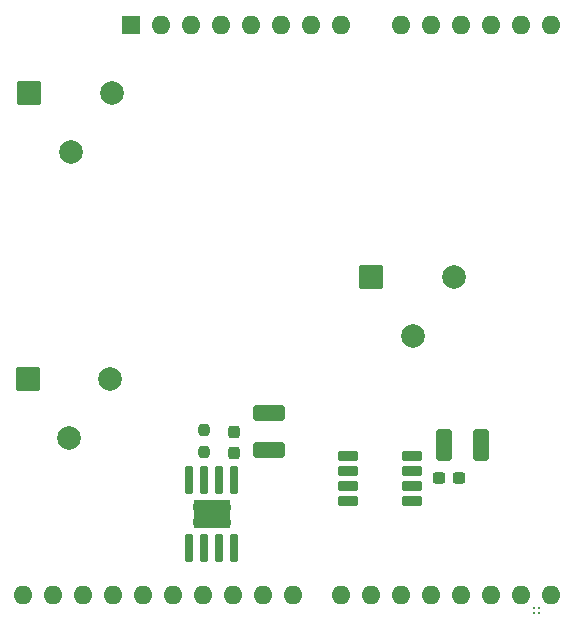
<source format=gbr>
%TF.GenerationSoftware,KiCad,Pcbnew,9.0.2*%
%TF.CreationDate,2025-11-24T10:29:42-08:00*%
%TF.ProjectId,motor_temperature,6d6f746f-725f-4746-956d-706572617475,A*%
%TF.SameCoordinates,Original*%
%TF.FileFunction,Soldermask,Top*%
%TF.FilePolarity,Negative*%
%FSLAX46Y46*%
G04 Gerber Fmt 4.6, Leading zero omitted, Abs format (unit mm)*
G04 Created by KiCad (PCBNEW 9.0.2) date 2025-11-24 10:29:42*
%MOMM*%
%LPD*%
G01*
G04 APERTURE LIST*
G04 Aperture macros list*
%AMRoundRect*
0 Rectangle with rounded corners*
0 $1 Rounding radius*
0 $2 $3 $4 $5 $6 $7 $8 $9 X,Y pos of 4 corners*
0 Add a 4 corners polygon primitive as box body*
4,1,4,$2,$3,$4,$5,$6,$7,$8,$9,$2,$3,0*
0 Add four circle primitives for the rounded corners*
1,1,$1+$1,$2,$3*
1,1,$1+$1,$4,$5*
1,1,$1+$1,$6,$7*
1,1,$1+$1,$8,$9*
0 Add four rect primitives between the rounded corners*
20,1,$1+$1,$2,$3,$4,$5,0*
20,1,$1+$1,$4,$5,$6,$7,0*
20,1,$1+$1,$6,$7,$8,$9,0*
20,1,$1+$1,$8,$9,$2,$3,0*%
G04 Aperture macros list end*
%ADD10R,1.600000X1.600000*%
%ADD11O,1.600000X1.600000*%
%ADD12RoundRect,0.237500X0.237500X-0.250000X0.237500X0.250000X-0.237500X0.250000X-0.237500X-0.250000X0*%
%ADD13RoundRect,0.237500X-0.300000X-0.237500X0.300000X-0.237500X0.300000X0.237500X-0.300000X0.237500X0*%
%ADD14RoundRect,0.102000X-0.900000X-0.900000X0.900000X-0.900000X0.900000X0.900000X-0.900000X0.900000X0*%
%ADD15C,2.004000*%
%ADD16RoundRect,0.250000X-0.412500X-1.100000X0.412500X-1.100000X0.412500X1.100000X-0.412500X1.100000X0*%
%ADD17RoundRect,0.250000X1.100000X-0.412500X1.100000X0.412500X-1.100000X0.412500X-1.100000X-0.412500X0*%
%ADD18RoundRect,0.102000X0.775000X0.290000X-0.775000X0.290000X-0.775000X-0.290000X0.775000X-0.290000X0*%
%ADD19C,0.230000*%
%ADD20R,3.100000X2.400000*%
%ADD21RoundRect,0.070000X0.250000X-1.100000X0.250000X1.100000X-0.250000X1.100000X-0.250000X-1.100000X0*%
%ADD22C,0.770000*%
%ADD23RoundRect,0.237500X0.237500X-0.300000X0.237500X0.300000X-0.237500X0.300000X-0.237500X-0.300000X0*%
G04 APERTURE END LIST*
D10*
%TO.C,A1*%
X126245000Y-66370000D03*
D11*
X128785000Y-66370000D03*
X131325000Y-66370000D03*
X133865000Y-66370000D03*
X136405000Y-66370000D03*
X138945000Y-66370000D03*
X141485000Y-66370000D03*
X144025000Y-66370000D03*
X149105000Y-66370000D03*
X151645000Y-66370000D03*
X154185000Y-66370000D03*
X156725000Y-66370000D03*
X159265000Y-66370000D03*
X161805000Y-66370000D03*
X161805000Y-114630000D03*
X159265000Y-114630000D03*
X156725000Y-114630000D03*
X154185000Y-114630000D03*
X151645000Y-114630000D03*
X149105000Y-114630000D03*
X146565000Y-114630000D03*
X144025000Y-114630000D03*
X139965000Y-114630000D03*
X137425000Y-114630000D03*
X134885000Y-114630000D03*
X132345000Y-114630000D03*
X129805000Y-114630000D03*
X127265000Y-114630000D03*
X124725000Y-114630000D03*
X122185000Y-114630000D03*
X119645000Y-114630000D03*
X117105000Y-114630000D03*
%TD*%
D12*
%TO.C,R1*%
X132461000Y-102512500D03*
X132461000Y-100687500D03*
%TD*%
D13*
%TO.C,C2*%
X152299500Y-104775000D03*
X154024500Y-104775000D03*
%TD*%
D14*
%TO.C,J3*%
X117629500Y-72119000D03*
D15*
X121129500Y-77119000D03*
X124629500Y-72119000D03*
%TD*%
D16*
%TO.C,C1*%
X152742500Y-101981000D03*
X155867500Y-101981000D03*
%TD*%
D17*
%TO.C,C3*%
X137922000Y-102400500D03*
X137922000Y-99275500D03*
%TD*%
D18*
%TO.C,U2*%
X150000000Y-106680000D03*
X150000000Y-105410000D03*
X150000000Y-104140000D03*
X150000000Y-102870000D03*
X144640000Y-102870000D03*
X144640000Y-104140000D03*
X144640000Y-105410000D03*
X144640000Y-106680000D03*
%TD*%
D14*
%TO.C,J1*%
X117502500Y-96376000D03*
D15*
X121002500Y-101376000D03*
X124502500Y-96376000D03*
%TD*%
D19*
%TO.C,U3*%
X160782000Y-116151000D03*
X160382000Y-116151000D03*
X160782000Y-115750998D03*
X160382000Y-115750998D03*
%TD*%
D14*
%TO.C,J2*%
X146585500Y-87740000D03*
D15*
X150085500Y-92740000D03*
X153585500Y-87740000D03*
%TD*%
D20*
%TO.C,U1*%
X133096000Y-107823000D03*
D21*
X131191000Y-110698000D03*
X132461000Y-110698000D03*
X133731000Y-110698000D03*
X135001000Y-110698000D03*
X135001000Y-104948000D03*
X133731000Y-104948000D03*
X132461000Y-104948000D03*
X131191000Y-104948000D03*
D22*
X131796000Y-108473000D03*
X133096000Y-108473000D03*
X134396000Y-108473000D03*
X131796000Y-107173000D03*
X133096000Y-107173000D03*
X134396000Y-107173000D03*
%TD*%
D23*
%TO.C,C4*%
X135001000Y-102616000D03*
X135001000Y-100891000D03*
%TD*%
M02*

</source>
